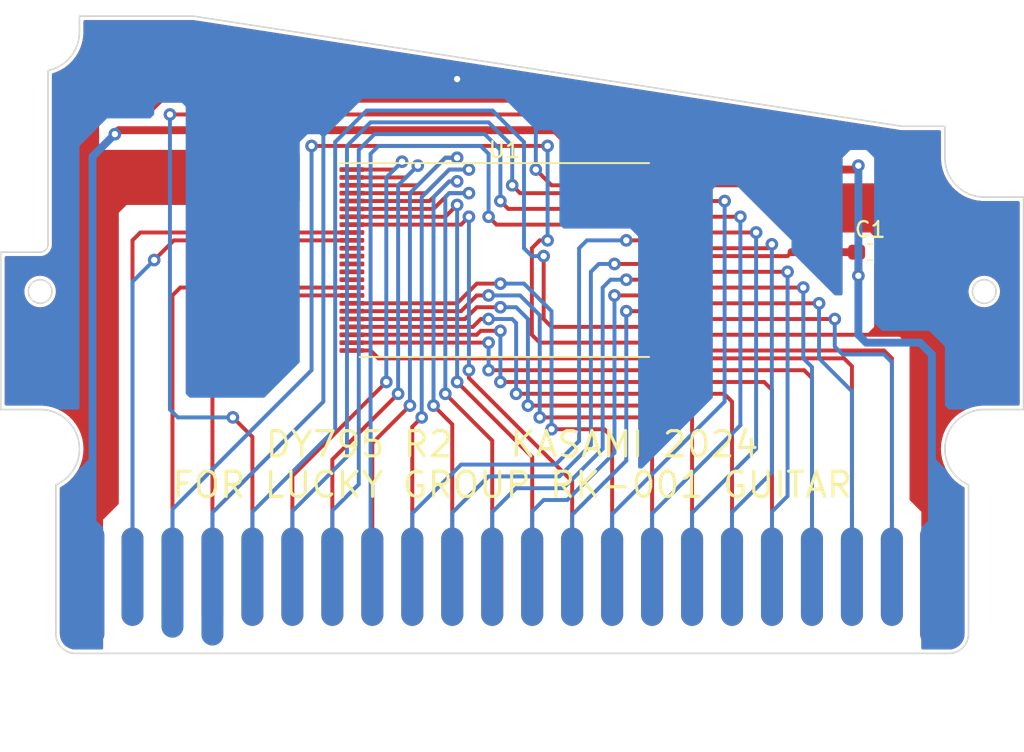
<source format=kicad_pcb>
(kicad_pcb (version 20221018) (generator pcbnew)
  (layers (0 "F.Cu" signal) (31 "B.Cu" signal) (34 "B.Paste" user) (35 "F.Paste" user) (36 "B.SilkS" user "B.Silkscreen") (37 "F.SilkS" user "F.Silkscreen") (38 "B.Mask" user) (39 "F.Mask" user) (44 "Edge.Cuts" user))
  (net 0 "")
  (net 1 "/VCC")
  (net 2 "/A19")
  (net 3 "/A18")
  (net 4 "/A17")
  (net 5 "/A16")
  (net 6 "/A15")
  (net 7 "/A14")
  (net 8 "/A13")
  (net 9 "/A12")
  (net 10 "/A11")
  (net 11 "/A10")
  (net 12 "/A9")
  (net 13 "/A8")
  (net 14 "/A7")
  (net 15 "/A6")
  (net 16 "/A5")
  (net 17 "/A4")
  (net 18 "/A3")
  (net 19 "/A2")
  (net 20 "/A1")
  (net 21 "/A0")
  (net 22 "/A20")
  (net 23 "/CE")
  (net 24 "/OE")
  (net 25 "/D15")
  (net 26 "/D14")
  (net 27 "/D13")
  (net 28 "/D12")
  (net 29 "/D11")
  (net 30 "/D10")
  (net 31 "/D9")
  (net 32 "/D8")
  (net 33 "/D7")
  (net 34 "/D6")
  (net 35 "/D5")
  (net 36 "/D4")
  (net 37 "/D3")
  (net 38 "/D2")
  (net 39 "/D1")
  (net 40 "/D0")
  (net 41 "GND")
  (footprint "Package_SO:TSOP-I-48_18.4x12mm_P0.5mm" (layer "F.Cu") (at 45.5 31)
    (fp_text reference "U1" (at 0 -7) (layer "F.SilkS"))
    (fp_text value "ROM-TSOP48-32Mbit")
    (fp_line (start 0 -6.16) (end -10.475 -6.16) (stroke (width 0.12)) (layer "F.SilkS"))
    (fp_line (start 0 -6.16) (end 9.2 -6.16) (stroke (width 0.12)) (layer "F.SilkS"))
    (fp_line (start 0 6.16) (end -9.2 6.16) (stroke (width 0.12)) (layer "F.SilkS"))
    (fp_line (start 0 6.16) (end 9.2 6.16) (stroke (width 0.12)) (layer "F.SilkS"))
    (pad "1" smd roundrect (at -9.6875 -5.75) (size 1.575 0.3) (layers "F.Cu" "F.Paste" "F.Mask") (net 6 "/A15"))
    (pad "2" smd roundrect (at -9.6875 -5.25) (size 1.575 0.3) (layers "F.Cu" "F.Paste" "F.Mask") (net 7 "/A14"))
    (pad "3" smd roundrect (at -9.6875 -4.75) (size 1.575 0.3) (layers "F.Cu" "F.Paste" "F.Mask") (net 8 "/A13"))
    (pad "4" smd roundrect (at -9.6875 -4.25) (size 1.575 0.3) (layers "F.Cu" "F.Paste" "F.Mask") (net 9 "/A12"))
    (pad "5" smd roundrect (at -9.6875 -3.75) (size 1.575 0.3) (layers "F.Cu" "F.Paste" "F.Mask") (net 10 "/A11"))
    (pad "6" smd roundrect (at -9.6875 -3.25) (size 1.575 0.3) (layers "F.Cu" "F.Paste" "F.Mask") (net 11 "/A10"))
    (pad "7" smd roundrect (at -9.6875 -2.75) (size 1.575 0.3) (layers "F.Cu" "F.Paste" "F.Mask") (net 12 "/A9"))
    (pad "8" smd roundrect (at -9.6875 -2.25) (size 1.575 0.3) (layers "F.Cu" "F.Paste" "F.Mask") (net 13 "/A8"))
    (pad "9" smd roundrect (at -9.6875 -1.75) (size 1.575 0.3) (layers "F.Cu" "F.Paste" "F.Mask") (net 2 "/A19"))
    (pad "10" smd roundrect (at -9.6875 -1.25) (size 1.575 0.3) (layers "F.Cu" "F.Paste" "F.Mask") (net 22 "/A20"))
    (pad "11" smd roundrect (at -9.6875 -0.75) (size 1.575 0.3) (layers "F.Cu" "F.Paste" "F.Mask"))
    (pad "12" smd roundrect (at -9.6875 -0.25) (size 1.575 0.3) (layers "F.Cu" "F.Paste" "F.Mask"))
    (pad "13" smd roundrect (at -9.6875 0.25) (size 1.575 0.3) (layers "F.Cu" "F.Paste" "F.Mask"))
    (pad "14" smd roundrect (at -9.6875 0.75) (size 1.575 0.3) (layers "F.Cu" "F.Paste" "F.Mask"))
    (pad "15" smd roundrect (at -9.6875 1.25) (size 1.575 0.3) (layers "F.Cu" "F.Paste" "F.Mask"))
    (pad "16" smd roundrect (at -9.6875 1.75) (size 1.575 0.3) (layers "F.Cu" "F.Paste" "F.Mask") (net 3 "/A18"))
    (pad "17" smd roundrect (at -9.6875 2.25) (size 1.575 0.3) (layers "F.Cu" "F.Paste" "F.Mask") (net 4 "/A17"))
    (pad "18" smd roundrect (at -9.6875 2.75) (size 1.575 0.3) (layers "F.Cu" "F.Paste" "F.Mask") (net 14 "/A7"))
    (pad "19" smd roundrect (at -9.6875 3.25) (size 1.575 0.3) (layers "F.Cu" "F.Paste" "F.Mask") (net 15 "/A6"))
    (pad "20" smd roundrect (at -9.6875 3.75) (size 1.575 0.3) (layers "F.Cu" "F.Paste" "F.Mask") (net 16 "/A5"))
    (pad "21" smd roundrect (at -9.6875 4.25) (size 1.575 0.3) (layers "F.Cu" "F.Paste" "F.Mask") (net 17 "/A4"))
    (pad "22" smd roundrect (at -9.6875 4.75) (size 1.575 0.3) (layers "F.Cu" "F.Paste" "F.Mask") (net 18 "/A3"))
    (pad "23" smd roundrect (at -9.6875 5.25) (size 1.575 0.3) (layers "F.Cu" "F.Paste" "F.Mask") (net 19 "/A2"))
    (pad "24" smd roundrect (at -9.6875 5.75) (size 1.575 0.3) (layers "F.Cu" "F.Paste" "F.Mask") (net 20 "/A1"))
    (pad "25" smd roundrect (at 9.6875 5.75) (size 1.575 0.3) (layers "F.Cu" "F.Paste" "F.Mask") (net 21 "/A0"))
    (pad "26" smd roundrect (at 9.6875 5.25) (size 1.575 0.3) (layers "F.Cu" "F.Paste" "F.Mask") (net 23 "/CE"))
    (pad "27" smd roundrect (at 9.6875 4.75) (size 1.575 0.3) (layers "F.Cu" "F.Paste" "F.Mask") (net 41 "GND"))
    (pad "28" smd roundrect (at 9.6875 4.25) (size 1.575 0.3) (layers "F.Cu" "F.Paste" "F.Mask") (net 24 "/OE"))
    (pad "29" smd roundrect (at 9.6875 3.75) (size 1.575 0.3) (layers "F.Cu" "F.Paste" "F.Mask") (net 40 "/D0"))
    (pad "30" smd roundrect (at 9.6875 3.25) (size 1.575 0.3) (layers "F.Cu" "F.Paste" "F.Mask") (net 32 "/D8"))
    (pad "31" smd roundrect (at 9.6875 2.75) (size 1.575 0.3) (layers "F.Cu" "F.Paste" "F.Mask") (net 39 "/D1"))
    (pad "32" smd roundrect (at 9.6875 2.25) (size 1.575 0.3) (layers "F.Cu" "F.Paste" "F.Mask") (net 31 "/D9"))
    (pad "33" smd roundrect (at 9.6875 1.75) (size 1.575 0.3) (layers "F.Cu" "F.Paste" "F.Mask") (net 38 "/D2"))
    (pad "34" smd roundrect (at 9.6875 1.25) (size 1.575 0.3) (layers "F.Cu" "F.Paste" "F.Mask") (net 30 "/D10"))
    (pad "35" smd roundrect (at 9.6875 0.75) (size 1.575 0.3) (layers "F.Cu" "F.Paste" "F.Mask") (net 37 "/D3"))
    (pad "36" smd roundrect (at 9.6875 0.25) (size 1.575 0.3) (layers "F.Cu" "F.Paste" "F.Mask") (net 29 "/D11"))
    (pad "37" smd roundrect (at 9.6875 -0.25) (size 1.575 0.3) (layers "F.Cu" "F.Paste" "F.Mask") (net 1 "/VCC"))
    (pad "38" smd roundrect (at 9.6875 -0.75) (size 1.575 0.3) (layers "F.Cu" "F.Paste" "F.Mask") (net 36 "/D4"))
    (pad "39" smd roundrect (at 9.6875 -1.25) (size 1.575 0.3) (layers "F.Cu" "F.Paste" "F.Mask") (net 28 "/D12"))
    (pad "40" smd roundrect (at 9.6875 -1.75) (size 1.575 0.3) (layers "F.Cu" "F.Paste" "F.Mask") (net 35 "/D5"))
    (pad "41" smd roundrect (at 9.6875 -2.25) (size 1.575 0.3) (layers "F.Cu" "F.Paste" "F.Mask") (net 27 "/D13"))
    (pad "42" smd roundrect (at 9.6875 -2.75) (size 1.575 0.3) (layers "F.Cu" "F.Paste" "F.Mask") (net 34 "/D6"))
    (pad "43" smd roundrect (at 9.6875 -3.25) (size 1.575 0.3) (layers "F.Cu" "F.Paste" "F.Mask") (net 26 "/D14"))
    (pad "44" smd roundrect (at 9.6875 -3.75) (size 1.575 0.3) (layers "F.Cu" "F.Paste" "F.Mask") (net 33 "/D7"))
    (pad "45" smd roundrect (at 9.6875 -4.25) (size 1.575 0.3) (layers "F.Cu" "F.Paste" "F.Mask") (net 25 "/D15"))
    (pad "46" smd roundrect (at 9.6875 -4.75) (size 1.575 0.3) (layers "F.Cu" "F.Paste" "F.Mask") (net 41 "GND"))
    (pad "47" smd roundrect (at 9.6875 -5.25) (size 1.575 0.3) (layers "F.Cu" "F.Paste" "F.Mask") (net 1 "/VCC"))
    (pad "48" smd roundrect (at 9.6875 -5.75) (size 1.575 0.3) (layers "F.Cu" "F.Paste" "F.Mask") (net 5 "/A16"))
  )
  (footprint "Capacitor_SMD:C_0603_1608Metric_Pad1.08x0.95mm_HandSolder" (layer "F.Cu") (at 68.75 30.5)
    (fp_text reference "C1" (at 0 -1.43) (layer "F.SilkS"))
    (fp_text value "100n")
    (fp_line (start -0.146267 -0.51) (end 0.146267 -0.51) (stroke (width 0.12)) (layer "F.SilkS"))
    (fp_line (start -0.146267 0.51) (end 0.146267 0.51) (stroke (width 0.12)) (layer "F.SilkS"))
    (pad "1" smd roundrect (at -0.8625 0) (size 1.075 0.95) (layers "F.Cu" "F.Paste" "F.Mask") (net 1 "/VCC"))
    (pad "2" smd roundrect (at 0.8625 0) (size 1.075 0.95) (layers "F.Cu" "F.Paste" "F.Mask") (net 41 "GND"))
  )
  (footprint "CartParts:LuckyCartEdge" (layer "B.Cu") (at 46 56 180)
    (fp_text reference "J1" hide)
    (fp_text value "Edge")
    (pad "1" connect oval (at -26.67 4.375 180) (size 1.5 7.75) (layers "B.Cu" "B.Mask") (net 1 "/VCC"))
    (pad "2" connect oval (at -26.67 4.375 180) (size 1.5 7.75) (layers "F.Cu" "F.Mask") (net 41 "GND"))
    (pad "3" connect oval (at -24.13 4.875 180) (size 1.4 6.25) (layers "B.Cu" "B.Mask") (net 40 "/D0"))
    (pad "4" connect oval (at -24.13 4.875 180) (size 1.4 6.25) (layers "F.Cu" "F.Mask") (net 21 "/A0"))
    (pad "5" connect oval (at -21.59 4.875 180) (size 1.4 6.25) (layers "B.Cu" "B.Mask") (net 39 "/D1"))
    (pad "6" connect oval (at -21.59 4.875 180) (size 1.4 6.25) (layers "F.Cu" "F.Mask") (net 20 "/A1"))
    (pad "7" connect oval (at -19.05 4.875 180) (size 1.4 6.25) (layers "B.Cu" "B.Mask") (net 38 "/D2"))
    (pad "8" connect oval (at -19.05 4.875 180) (size 1.4 6.25) (layers "F.Cu" "F.Mask") (net 19 "/A2"))
    (pad "9" connect oval (at -16.51 4.875 180) (size 1.4 6.25) (layers "B.Cu" "B.Mask") (net 37 "/D3"))
    (pad "10" connect oval (at -16.51 4.875 180) (size 1.4 6.25) (layers "F.Cu" "F.Mask") (net 18 "/A3"))
    (pad "11" connect oval (at -13.97 4.875 180) (size 1.4 6.25) (layers "B.Cu" "B.Mask") (net 36 "/D4"))
    (pad "12" connect oval (at -13.97 4.875 180) (size 1.4 6.25) (layers "F.Cu" "F.Mask") (net 17 "/A4"))
    (pad "13" connect oval (at -11.43 4.875 180) (size 1.4 6.25) (layers "B.Cu" "B.Mask") (net 35 "/D5"))
    (pad "14" connect oval (at -11.43 4.875 180) (size 1.4 6.25) (layers "F.Cu" "F.Mask") (net 16 "/A5"))
    (pad "15" connect oval (at -8.89 4.875 180) (size 1.4 6.25) (layers "B.Cu" "B.Mask") (net 34 "/D6"))
    (pad "16" connect oval (at -8.89 4.875 180) (size 1.4 6.25) (layers "F.Cu" "F.Mask") (net 15 "/A6"))
    (pad "17" connect oval (at -6.35 4.875 180) (size 1.4 6.25) (layers "B.Cu" "B.Mask") (net 33 "/D7"))
    (pad "18" connect oval (at -6.35 4.875 180) (size 1.4 6.25) (layers "F.Cu" "F.Mask") (net 14 "/A7"))
    (pad "19" connect oval (at -3.81 4.875 180) (size 1.4 6.25) (layers "B.Cu" "B.Mask") (net 32 "/D8"))
    (pad "20" connect oval (at -3.81 4.875 180) (size 1.4 6.25) (layers "F.Cu" "F.Mask") (net 13 "/A8"))
    (pad "21" connect oval (at -1.27 4.875 180) (size 1.4 6.25) (layers "B.Cu" "B.Mask") (net 31 "/D9"))
    (pad "22" connect oval (at -1.27 4.875 180) (size 1.4 6.25) (layers "F.Cu" "F.Mask") (net 12 "/A9"))
    (pad "23" connect oval (at 1.27 4.875 180) (size 1.4 6.25) (layers "B.Cu" "B.Mask") (net 30 "/D10"))
    (pad "24" connect oval (at 1.27 4.875 180) (size 1.4 6.25) (layers "F.Cu" "F.Mask") (net 11 "/A10"))
    (pad "25" connect oval (at 3.81 4.875 180) (size 1.4 6.25) (layers "B.Cu" "B.Mask") (net 29 "/D11"))
    (pad "26" connect oval (at 3.81 4.875 180) (size 1.4 6.25) (layers "F.Cu" "F.Mask") (net 10 "/A11"))
    (pad "27" connect oval (at 6.35 4.875 180) (size 1.4 6.25) (layers "B.Cu" "B.Mask") (net 28 "/D12"))
    (pad "28" connect oval (at 6.35 4.875 180) (size 1.4 6.25) (layers "F.Cu" "F.Mask") (net 9 "/A12"))
    (pad "29" connect oval (at 8.89 4.875 180) (size 1.4 6.25) (layers "B.Cu" "B.Mask") (net 27 "/D13"))
    (pad "30" connect oval (at 8.89 4.875 180) (size 1.4 6.25) (layers "F.Cu" "F.Mask") (net 8 "/A13"))
    (pad "31" connect oval (at 11.43 4.875 180) (size 1.4 6.25) (layers "B.Cu" "B.Mask") (net 26 "/D14"))
    (pad "32" connect oval (at 11.43 4.875 180) (size 1.4 6.25) (layers "F.Cu" "F.Mask") (net 7 "/A14"))
    (pad "33" connect oval (at 13.97 4.875 180) (size 1.4 6.25) (layers "B.Cu" "B.Mask") (net 25 "/D15"))
    (pad "34" connect oval (at 13.97 4.875 180) (size 1.4 6.25) (layers "F.Cu" "F.Mask") (net 6 "/A15"))
    (pad "35" connect oval (at 16.51 4.875 180) (size 1.4 6.25) (layers "B.Cu" "B.Mask") (net 24 "/OE"))
    (pad "36" connect oval (at 16.51 4.875 180) (size 1.4 6.25) (layers "F.Cu" "F.Mask") (net 5 "/A16"))
    (pad "37" connect oval (at 19.05 4.25 180) (size 1.4 7.5) (layers "B.Cu" "B.Mask") (net 41 "GND"))
    (pad "38" connect oval (at 19.05 4.875 180) (size 1.4 6.25) (layers "F.Cu" "F.Mask") (net 4 "/A17"))
    (pad "39" connect oval (at 21.59 4.5 180) (size 1.4 7) (layers "B.Cu" "B.Mask") (net 23 "/CE"))
    (pad "40" connect oval (at 21.59 4.875 180) (size 1.4 6.25) (layers "F.Cu" "F.Mask") (net 3 "/A18"))
    (pad "41" connect oval (at 24.13 4.875 180) (size 1.4 6.25) (layers "B.Cu" "B.Mask") (net 22 "/A20"))
    (pad "42" connect oval (at 24.13 4.875 180) (size 1.4 6.25) (layers "F.Cu" "F.Mask") (net 2 "/A19"))
    (pad "43" connect oval (at 26.67 4.375 180) (size 1.5 7.75) (layers "B.Cu" "B.Mask") (net 1 "/VCC"))
    (pad "44" connect oval (at 26.67 4.375 180) (size 1.5 7.75) (layers "F.Cu" "F.Mask") (net 41 "GND"))
  )
  (gr_line (start 18.25 56) (end 73.75 56) (stroke (width 0.1)) (layer "Edge.Cuts"))
  (gr_arc (start 18.5 16.5) (mid 17.950104 18.064319) (end 16.542326 18.940468) (stroke (width 0.1)) (layer "Edge.Cuts"))
  (gr_line (start 16.5 30) (end 16.5 19) (stroke (width 0.1)) (layer "Edge.Cuts"))
  (gr_arc (start 16.5 30) (mid 16.353553 30.353553) (end 16 30.5) (stroke (width 0.1)) (layer "Edge.Cuts"))
  (gr_line (start 18.5 15.5) (end 18.5 16.5) (stroke (width 0.1)) (layer "Edge.Cuts"))
  (gr_circle (center 16 33) (end 16.75 33) (stroke (width 0.1)) (fill none) (layer "Edge.Cuts"))
  (gr_line (start 25.75 15.5) (end 70.75 22.5) (stroke (width 0.1)) (layer "Edge.Cuts"))
  (gr_line (start 75.999998 40.5) (end 78.5 40.5) (stroke (width 0.1)) (layer "Edge.Cuts"))
  (gr_line (start 16.5 19) (end 16.542326 18.940468) (stroke (width 0.1)) (layer "Edge.Cuts"))
  (gr_line (start 17 54.75) (end 17 45.3) (stroke (width 0.1)) (layer "Edge.Cuts"))
  (gr_line (start 16 40.5) (end 13.5 40.5) (stroke (width 0.1)) (layer "Edge.Cuts"))
  (gr_line (start 17 45.3) (end 17.118034 45.236068) (stroke (width 0.1)) (layer "Edge.Cuts"))
  (gr_arc (start 74.881964 45.236068) (mid 73.566876 42.425618) (end 75.999998 40.5) (stroke (width 0.1)) (layer "Edge.Cuts"))
  (gr_arc (start 18.25 56) (mid 17.366117 55.633883) (end 17 54.75) (stroke (width 0.1)) (layer "Edge.Cuts"))
  (gr_line (start 73.5 22.5) (end 70.75 22.5) (stroke (width 0.1)) (layer "Edge.Cuts"))
  (gr_line (start 75 54.75) (end 75 45.3) (stroke (width 0.1)) (layer "Edge.Cuts"))
  (gr_arc (start 76 27) (mid 74.232233 26.267767) (end 73.5 24.5) (stroke (width 0.1)) (layer "Edge.Cuts"))
  (gr_line (start 78.5 40.5) (end 78.5 27) (stroke (width 0.1)) (layer "Edge.Cuts"))
  (gr_circle (center 76 33) (end 76.75 33) (stroke (width 0.1)) (fill none) (layer "Edge.Cuts"))
  (gr_arc (start 75 54.75) (mid 74.633883 55.633883) (end 73.75 56) (stroke (width 0.1)) (layer "Edge.Cuts"))
  (gr_line (start 74.881964 45.236068) (end 75 45.3) (stroke (width 0.1)) (layer "Edge.Cuts"))
  (gr_line (start 78.5 27) (end 76 27) (stroke (width 0.1)) (layer "Edge.Cuts"))
  (gr_line (start 13.5 40.5) (end 13.5 30.5) (stroke (width 0.1)) (layer "Edge.Cuts"))
  (gr_line (start 13.5 30.5) (end 16 30.5) (stroke (width 0.1)) (layer "Edge.Cuts"))
  (gr_arc (start 16 40.5) (mid 18.433122 42.425618) (end 17.118034 45.236068) (stroke (width 0.1)) (layer "Edge.Cuts"))
  (gr_line (start 18.5 15.5) (end 25.75 15.5) (stroke (width 0.1)) (layer "Edge.Cuts"))
  (gr_line (start 73.5 24.5) (end 73.5 22.5) (stroke (width 0.1)) (layer "Edge.Cuts"))
  (gr_text "DY795 R2   KASAMI 2024\nFOR LUCKY GROUP RK-001 GUITAR" (at 46 44) (layer "F.SilkS") (effects (font (size 1.6 1.6) (thickness 0.2))))
  (segment (start 20.75 23) (end 21 22.75) (width 0.5) (layer "F.Cu") (net 1))
  (segment (start 57.5 25.25) (end 67.75 25.25) (width 0.5) (layer "F.Cu") (net 1))
  (segment (start 48.75 22.75) (end 49.25 23.25) (width 0.5) (layer "F.Cu") (net 1))
  (segment (start 67.75 25.25) (end 68 25) (width 0.5) (layer "F.Cu") (net 1))
  (segment (start 63.75 30.5) (end 67.8875 30.5) (width 0.5) (layer "F.Cu") (net 1))
  (segment (start 57.5 25.25) (end 57 25.75) (width 0.25) (layer "F.Cu") (net 1))
  (segment (start 68 32) (end 68 30.6125) (width 0.5) (layer "F.Cu") (net 1))
  (segment (start 68 30.6125) (end 67.8875 30.5) (width 0.5) (layer "F.Cu") (net 1))
  (segment (start 57 25.75) (end 55.1875 25.75) (width 0.25) (layer "F.Cu") (net 1))
  (segment (start 63.75 30.5) (end 63.5 30.75) (width 0.25) (layer "F.Cu") (net 1))
  (segment (start 49.25 25.5) (end 49.5 25.75) (width 0.25) (layer "F.Cu") (net 1))
  (segment (start 49.25 23.25) (end 49.25 25.5) (width 0.5) (layer "F.Cu") (net 1))
  (segment (start 49.5 25.75) (end 55.1875 25.75) (width 0.25) (layer "F.Cu") (net 1))
  (segment (start 21 22.75) (end 48.75 22.75) (width 0.5) (layer "F.Cu") (net 1))
  (segment (start 63.5 30.75) (end 55.1875 30.75) (width 0.25) (layer "F.Cu") (net 1))
  (via (at 68 25) (size 0.8) (drill 0.4) (layers "F.Cu" "B.Cu") (net 1))
  (via (at 20.75 23) (size 0.8) (drill 0.4) (layers "F.Cu" "B.Cu") (net 1))
  (via (at 68 32) (size 0.8) (drill 0.4) (layers "F.Cu" "B.Cu") (net 1))
  (segment (start 68 25) (end 68 32) (width 0.5) (layer "B.Cu") (net 1))
  (segment (start 71.92 36.25) (end 68.5 36.25) (width 0.5) (layer "B.Cu") (net 1))
  (segment (start 68.5 36.25) (end 68 35.75) (width 0.5) (layer "B.Cu") (net 1))
  (segment (start 19.33 51.625) (end 19.33 24.42) (width 0.5) (layer "B.Cu") (net 1))
  (segment (start 72.67 37) (end 71.92 36.25) (width 0.5) (layer "B.Cu") (net 1))
  (segment (start 68 35.75) (end 68 32) (width 0.5) (layer "B.Cu") (net 1))
  (segment (start 72.67 51.625) (end 72.67 37) (width 0.5) (layer "B.Cu") (net 1))
  (segment (start 19.33 24.42) (end 20.75 23) (width 0.5) (layer "B.Cu") (net 1))
  (segment (start 21.87 51.125) (end 21.87 29.75) (width 0.25) (layer "F.Cu") (net 2))
  (segment (start 21.87 29.75) (end 22.37 29.25) (width 0.25) (layer "F.Cu") (net 2))
  (segment (start 22.37 29.25) (end 35.8125 29.25) (width 0.25) (layer "F.Cu") (net 2))
  (segment (start 24.41 51.125) (end 24.41 33.25) (width 0.25) (layer "F.Cu") (net 3))
  (segment (start 24.91 32.75) (end 35.8125 32.75) (width 0.25) (layer "F.Cu") (net 3))
  (segment (start 24.41 33.25) (end 24.91 32.75) (width 0.25) (layer "F.Cu") (net 3))
  (segment (start 26.95 51.125) (end 26.95 33.75) (width 0.25) (layer "F.Cu") (net 4))
  (segment (start 27.45 33.25) (end 35.8125 33.25) (width 0.25) (layer "F.Cu") (net 4))
  (segment (start 26.95 33.75) (end 27.45 33.25) (width 0.25) (layer "F.Cu") (net 4))
  (segment (start 50.25 25.25) (end 55.1875 25.25) (width 0.25) (layer "F.Cu") (net 5))
  (segment (start 29.49 51.125) (end 29.49 42.24) (width 0.25) (layer "F.Cu") (net 5))
  (segment (start 49.5 21.75) (end 50 22.25) (width 0.25) (layer "F.Cu") (net 5))
  (segment (start 29.49 42.24) (end 28.25 41) (width 0.25) (layer "F.Cu") (net 5))
  (segment (start 50 22.25) (end 50 25) (width 0.25) (layer "F.Cu") (net 5))
  (segment (start 24.25 21.75) (end 49.5 21.75) (width 0.25) (layer "F.Cu") (net 5))
  (segment (start 50 25) (end 50.25 25.25) (width 0.25) (layer "F.Cu") (net 5))
  (via (at 28.25 41) (size 0.8) (drill 0.4) (layers "F.Cu" "B.Cu") (net 5))
  (via (at 24.25 21.75) (size 0.8) (drill 0.4) (layers "F.Cu" "B.Cu") (net 5))
  (segment (start 24.25 21.75) (end 24.25 40.5) (width 0.25) (layer "B.Cu") (net 5))
  (segment (start 24.75 41) (end 28.25 41) (width 0.25) (layer "B.Cu") (net 5))
  (segment (start 24.25 40.5) (end 24.75 41) (width 0.25) (layer "B.Cu") (net 5))
  (segment (start 38.5 25.25) (end 35.8125 25.25) (width 0.25) (layer "F.Cu") (net 6))
  (segment (start 39 24.75) (end 38.5 25.25) (width 0.25) (layer "F.Cu") (net 6))
  (segment (start 38 38.75) (end 32.03 44.72) (width 0.25) (layer "F.Cu") (net 6))
  (segment (start 32.03 44.72) (end 32.03 51.125) (width 0.25) (layer "F.Cu") (net 6))
  (via (at 39 24.75) (size 0.8) (drill 0.4) (layers "F.Cu" "B.Cu") (net 6))
  (via (at 38 38.75) (size 0.8) (drill 0.4) (layers "F.Cu" "B.Cu") (net 6))
  (segment (start 38 25.75) (end 39 24.75) (width 0.25) (layer "B.Cu") (net 6))
  (segment (start 38 38.75) (end 38 25.75) (width 0.25) (layer "B.Cu") (net 6))
  (segment (start 38.75 39.5) (end 34.57 43.68) (width 0.25) (layer "F.Cu") (net 7))
  (segment (start 34.57 43.68) (end 34.57 51.125) (width 0.25) (layer "F.Cu") (net 7))
  (segment (start 39.25 25.75) (end 35.8125 25.75) (width 0.25) (layer "F.Cu") (net 7))
  (segment (start 40 25) (end 39.25 25.75) (width 0.25) (layer "F.Cu") (net 7))
  (via (at 40 25) (size 0.8) (drill 0.4) (layers "F.Cu" "B.Cu") (net 7))
  (via (at 38.75 39.5) (size 0.8) (drill 0.4) (layers "F.Cu" "B.Cu") (net 7))
  (segment (start 38.75 39.5) (end 38.75 26.25) (width 0.25) (layer "B.Cu") (net 7))
  (segment (start 38.75 26.25) (end 40 25) (width 0.25) (layer "B.Cu") (net 7))
  (segment (start 40 26.25) (end 35.8125 26.25) (width 0.25) (layer "F.Cu") (net 8))
  (segment (start 37.11 42.64) (end 37.11 51.125) (width 0.25) (layer "F.Cu") (net 8))
  (segment (start 39.5 40.25) (end 37.11 42.64) (width 0.25) (layer "F.Cu") (net 8))
  (segment (start 41.75 24.5) (end 40 26.25) (width 0.25) (layer "F.Cu") (net 8))
  (segment (start 42.5 24.5) (end 41.75 24.5) (width 0.25) (layer "F.Cu") (net 8))
  (via (at 42.5 24.5) (size 0.8) (drill 0.4) (layers "F.Cu" "B.Cu") (net 8))
  (via (at 39.5 40.25) (size 0.8) (drill 0.4) (layers "F.Cu" "B.Cu") (net 8))
  (segment (start 41.75 24.5) (end 42.5 24.5) (width 0.25) (layer "B.Cu") (net 8))
  (segment (start 39.5 40.25) (end 39.5 26.75) (width 0.25) (layer "B.Cu") (net 8))
  (segment (start 39.5 26.75) (end 41.75 24.5) (width 0.25) (layer "B.Cu") (net 8))
  (segment (start 40.25 41) (end 39.65 41.6) (width 0.25) (layer "F.Cu") (net 9))
  (segment (start 43.25 25.25) (end 42 25.25) (width 0.25) (layer "F.Cu") (net 9))
  (segment (start 40.5 26.75) (end 35.8125 26.75) (width 0.25) (layer "F.Cu") (net 9))
  (segment (start 39.65 41.6) (end 39.65 51.125) (width 0.25) (layer "F.Cu") (net 9))
  (segment (start 42 25.25) (end 40.5 26.75) (width 0.25) (layer "F.Cu") (net 9))
  (via (at 40.25 41) (size 0.8) (drill 0.4) (layers "F.Cu" "B.Cu") (net 9))
  (via (at 43.25 25.25) (size 0.8) (drill 0.4) (layers "F.Cu" "B.Cu") (net 9))
  (segment (start 40.25 41) (end 40.25 27) (width 0.25) (layer "B.Cu") (net 9))
  (segment (start 40.25 27) (end 42 25.25) (width 0.25) (layer "B.Cu") (net 9))
  (segment (start 42 25.25) (end 43.25 25.25) (width 0.25) (layer "B.Cu") (net 9))
  (segment (start 42.19 41.44) (end 42.19 51.125) (width 0.25) (layer "F.Cu") (net 10))
  (segment (start 42 26) (end 40.75 27.25) (width 0.25) (layer "F.Cu") (net 10))
  (segment (start 42.5 26) (end 42 26) (width 0.25) (layer "F.Cu") (net 10))
  (segment (start 41 40.25) (end 42.19 41.44) (width 0.25) (layer "F.Cu") (net 10))
  (segment (start 40.75 27.25) (end 35.8125 27.25) (width 0.25) (layer "F.Cu") (net 10))
  (via (at 42.5 26) (size 0.8) (drill 0.4) (layers "F.Cu" "B.Cu") (net 10))
  (via (at 41 40.25) (size 0.8) (drill 0.4) (layers "F.Cu" "B.Cu") (net 10))
  (segment (start 41 27) (end 42 26) (width 0.25) (layer "B.Cu") (net 10))
  (segment (start 42 26) (end 42.5 26) (width 0.25) (layer "B.Cu") (net 10))
  (segment (start 41 40.25) (end 41 27) (width 0.25) (layer "B.Cu") (net 10))
  (segment (start 41 27.75) (end 35.8125 27.75) (width 0.25) (layer "F.Cu") (net 11))
  (segment (start 43.25 26.75) (end 42 26.75) (width 0.25) (layer "F.Cu") (net 11))
  (segment (start 42 26.75) (end 41 27.75) (width 0.25) (layer "F.Cu") (net 11))
  (segment (start 41.75 39.5) (end 44.73 42.48) (width 0.25) (layer "F.Cu") (net 11))
  (segment (start 44.73 42.48) (end 44.73 51.125) (width 0.25) (layer "F.Cu") (net 11))
  (via (at 43.25 26.75) (size 0.8) (drill 0.4) (layers "F.Cu" "B.Cu") (net 11))
  (via (at 41.75 39.5) (size 0.8) (drill 0.4) (layers "F.Cu" "B.Cu") (net 11))
  (segment (start 42 26.75) (end 43.25 26.75) (width 0.25) (layer "B.Cu") (net 11))
  (segment (start 41.75 27) (end 42 26.75) (width 0.25) (layer "B.Cu") (net 11))
  (segment (start 41.75 39.5) (end 41.75 27) (width 0.25) (layer "B.Cu") (net 11))
  (segment (start 42.5 38.75) (end 47.27 43.52) (width 0.25) (layer "F.Cu") (net 12))
  (segment (start 47.27 43.52) (end 47.27 51.125) (width 0.25) (layer "F.Cu") (net 12))
  (segment (start 42.5 27.5) (end 41.75 28.25) (width 0.25) (layer "F.Cu") (net 12))
  (segment (start 41.75 28.25) (end 35.8125 28.25) (width 0.25) (layer "F.Cu") (net 12))
  (via (at 42.5 27.5) (size 0.8) (drill 0.4) (layers "F.Cu" "B.Cu") (net 12))
  (via (at 42.5 38.75) (size 0.8) (drill 0.4) (layers "F.Cu" "B.Cu") (net 12))
  (segment (start 42.5 27.75) (end 42.5 27.5) (width 0.25) (layer "B.Cu") (net 12))
  (segment (start 42.5 38.75) (end 42.5 27.75) (width 0.25) (layer "B.Cu") (net 12))
  (segment (start 43.25 38) (end 43.25 38.5) (width 0.25) (layer "F.Cu") (net 13))
  (segment (start 49.81 45.06) (end 49.81 51.125) (width 0.25) (layer "F.Cu") (net 13))
  (segment (start 43.25 38.5) (end 49.81 45.06) (width 0.25) (layer "F.Cu") (net 13))
  (segment (start 43.25 28.25) (end 42.75 28.75) (width 0.25) (layer "F.Cu") (net 13))
  (segment (start 42.75 28.75) (end 35.8125 28.75) (width 0.25) (layer "F.Cu") (net 13))
  (via (at 43.25 28.25) (size 0.8) (drill 0.4) (layers "F.Cu" "B.Cu") (net 13))
  (via (at 43.25 38) (size 0.8) (drill 0.4) (layers "F.Cu" "B.Cu") (net 13))
  (segment (start 43.25 38) (end 43.25 28.25) (width 0.25) (layer "B.Cu") (net 13))
  (segment (start 52.35 42.25) (end 52.35 51.125) (width 0.25) (layer "F.Cu") (net 14))
  (segment (start 51.85 41.75) (end 52.35 42.25) (width 0.25) (layer "F.Cu") (net 14))
  (segment (start 48.5 41.75) (end 51.85 41.75) (width 0.25) (layer "F.Cu") (net 14))
  (segment (start 45.25 32.5) (end 43.75 32.5) (width 0.25) (layer "F.Cu") (net 14))
  (segment (start 43.75 32.5) (end 42.5 33.75) (width 0.25) (layer "F.Cu") (net 14))
  (segment (start 42.5 33.75) (end 35.8125 33.75) (width 0.25) (layer "F.Cu") (net 14))
  (via (at 45.25 32.5) (size 0.8) (drill 0.4) (layers "F.Cu" "B.Cu") (net 14))
  (via (at 48.5 41.75) (size 0.8) (drill 0.4) (layers "F.Cu" "B.Cu") (net 14))
  (segment (start 48.5 41.75) (end 48.5 34.25) (width 0.25) (layer "B.Cu") (net 14))
  (segment (start 48.5 34.25) (end 46.75 32.5) (width 0.25) (layer "B.Cu") (net 14))
  (segment (start 46.75 32.5) (end 45.25 32.5) (width 0.25) (layer "B.Cu") (net 14))
  (segment (start 44.5 33.25) (end 43.75 33.25) (width 0.25) (layer "F.Cu") (net 15))
  (segment (start 54.89 41.5) (end 54.89 51.125) (width 0.25) (layer "F.Cu") (net 15))
  (segment (start 54.39 41) (end 54.89 41.5) (width 0.25) (layer "F.Cu") (net 15))
  (segment (start 42.75 34.25) (end 35.8125 34.25) (width 0.25) (layer "F.Cu") (net 15))
  (segment (start 47.75 41) (end 54.39 41) (width 0.25) (layer "F.Cu") (net 15))
  (segment (start 43.75 33.25) (end 42.75 34.25) (width 0.25) (layer "F.Cu") (net 15))
  (via (at 44.5 33.25) (size 0.8) (drill 0.4) (layers "F.Cu" "B.Cu") (net 15))
  (via (at 47.75 41) (size 0.8) (drill 0.4) (layers "F.Cu" "B.Cu") (net 15))
  (segment (start 46.5 33.25) (end 44.5 33.25) (width 0.25) (layer "B.Cu") (net 15))
  (segment (start 47.75 34.5) (end 46.5 33.25) (width 0.25) (layer "B.Cu") (net 15))
  (segment (start 47.75 41) (end 47.75 34.5) (width 0.25) (layer "B.Cu") (net 15))
  (segment (start 43 34.75) (end 43.75 34) (width 0.25) (layer "F.Cu") (net 16))
  (segment (start 35.8125 34.75) (end 43 34.75) (width 0.25) (layer "F.Cu") (net 16))
  (segment (start 47 40.25) (end 56.93 40.25) (width 0.25) (layer "F.Cu") (net 16))
  (segment (start 56.93 40.25) (end 57.43 40.75) (width 0.25) (layer "F.Cu") (net 16))
  (segment (start 43.75 34) (end 45.25 34) (width 0.25) (layer "F.Cu") (net 16))
  (segment (start 57.43 40.75) (end 57.43 51.125) (width 0.25) (layer "F.Cu") (net 16))
  (via (at 45.25 34) (size 0.8) (drill 0.4) (layers "F.Cu" "B.Cu") (net 16))
  (via (at 47 40.25) (size 0.8) (drill 0.4) (layers "F.Cu" "B.Cu") (net 16))
  (segment (start 47 34.75) (end 46.25 34) (width 0.25) (layer "B.Cu") (net 16))
  (segment (start 46.25 34) (end 45.25 34) (width 0.25) (layer "B.Cu") (net 16))
  (segment (start 47 40.25) (end 47 34.75) (width 0.25) (layer "B.Cu") (net 16))
  (segment (start 44.5 34.75) (end 44 34.75) (width 0.25) (layer "F.Cu") (net 17))
  (segment (start 59.97 40) (end 59.97 51.125) (width 0.25) (layer "F.Cu") (net 17))
  (segment (start 59.47 39.5) (end 59.97 40) (width 0.25) (layer "F.Cu") (net 17))
  (segment (start 44 34.75) (end 43.5 35.25) (width 0.25) (layer "F.Cu") (net 17))
  (segment (start 43.5 35.25) (end 35.8125 35.25) (width 0.25) (layer "F.Cu") (net 17))
  (segment (start 46.25 39.5) (end 59.47 39.5) (width 0.25) (layer "F.Cu") (net 17))
  (via (at 46.25 39.5) (size 0.8) (drill 0.4) (layers "F.Cu" "B.Cu") (net 17))
  (via (at 44.5 34.75) (size 0.8) (drill 0.4) (layers "F.Cu" "B.Cu") (net 17))
  (segment (start 46.25 35) (end 46 34.75) (width 0.25) (layer "B.Cu") (net 17))
  (segment (start 46 34.75) (end 44.5 34.75) (width 0.25) (layer "B.Cu") (net 17))
  (segment (start 46.25 39.5) (end 46.25 35) (width 0.25) (layer "B.Cu") (net 17))
  (segment (start 45.25 38.75) (end 62.01 38.75) (width 0.25) (layer "F.Cu") (net 18))
  (segment (start 62.01 38.75) (end 62.51 39.25) (width 0.25) (layer "F.Cu") (net 18))
  (segment (start 45.25 35.5) (end 44 35.5) (width 0.25) (layer "F.Cu") (net 18))
  (segment (start 43.75 35.75) (end 35.8125 35.75) (width 0.25) (layer "F.Cu") (net 18))
  (segment (start 62.51 39.25) (end 62.51 51.125) (width 0.25) (layer "F.Cu") (net 18))
  (segment (start 44 35.5) (end 43.75 35.75) (width 0.25) (layer "F.Cu") (net 18))
  (via (at 45.25 38.75) (size 0.8) (drill 0.4) (layers "F.Cu" "B.Cu") (net 18))
  (via (at 45.25 35.5) (size 0.8) (drill 0.4) (layers "F.Cu" "B.Cu") (net 18))
  (segment (start 45.25 38.75) (end 45.25 35.5) (width 0.25) (layer "B.Cu") (net 18))
  (segment (start 44.5 36.25) (end 35.8125 36.25) (width 0.25) (layer "F.Cu") (net 19))
  (segment (start 65.05 38.5) (end 65.05 51.125) (width 0.25) (layer "F.Cu") (net 19))
  (segment (start 44.5 38) (end 64.55 38) (width 0.25) (layer "F.Cu") (net 19))
  (segment (start 64.55 38) (end 65.05 38.5) (width 0.25) (layer "F.Cu") (net 19))
  (via (at 44.5 38) (size 0.8) (drill 0.4) (layers "F.Cu" "B.Cu") (net 19))
  (via (at 44.5 36.25) (size 0.8) (drill 0.4) (layers "F.Cu" "B.Cu") (net 19))
  (segment (start 44.5 38) (end 44.5 36.25) (width 0.25) (layer "B.Cu") (net 19))
  (segment (start 67.09 37.25) (end 67.59 37.75) (width 0.25) (layer "F.Cu") (net 20))
  (segment (start 67.59 37.75) (end 67.59 51.125) (width 0.25) (layer "F.Cu") (net 20))
  (segment (start 37.5 37.25) (end 67.09 37.25) (width 0.25) (layer "F.Cu") (net 20))
  (segment (start 37 36.75) (end 37.5 37.25) (width 0.25) (layer "F.Cu") (net 20))
  (segment (start 35.8125 36.75) (end 37 36.75) (width 0.25) (layer "F.Cu") (net 20))
  (segment (start 69.63 36.75) (end 70.13 37.25) (width 0.25) (layer "F.Cu") (net 21))
  (segment (start 70.13 37.25) (end 70.13 51.125) (width 0.25) (layer "F.Cu") (net 21))
  (segment (start 55.1875 36.75) (end 69.63 36.75) (width 0.25) (layer "F.Cu") (net 21))
  (segment (start 23.25 31) (end 24.5 29.75) (width 0.25) (layer "F.Cu") (net 22))
  (segment (start 24.5 29.75) (end 35.8125 29.75) (width 0.25) (layer "F.Cu") (net 22))
  (via (at 23.25 31) (size 0.8) (drill 0.4) (layers "F.Cu" "B.Cu") (net 22))
  (segment (start 21.87 51.125) (end 21.87 32.38) (width 0.25) (layer "B.Cu") (net 22))
  (segment (start 21.87 32.38) (end 23.25 31) (width 0.25) (layer "B.Cu") (net 22))
  (segment (start 33.25 23.75) (end 48.25 23.75) (width 0.25) (layer "F.Cu") (net 23))
  (segment (start 47.25 30.25) (end 47.25 35.75) (width 0.25) (layer "F.Cu") (net 23))
  (segment (start 47.75 29.75) (end 47.25 30.25) (width 0.25) (layer "F.Cu") (net 23))
  (segment (start 47.25 35.75) (end 47.75 36.25) (width 0.25) (layer "F.Cu") (net 23))
  (segment (start 47.75 36.25) (end 55.1875 36.25) (width 0.25) (layer "F.Cu") (net 23))
  (segment (start 48.25 29.75) (end 47.75 29.75) (width 0.25) (layer "F.Cu") (net 23))
  (via (at 33.25 23.75) (size 0.8) (drill 0.4) (layers "F.Cu" "B.Cu") (net 23))
  (via (at 48.25 29.75) (size 0.8) (drill 0.4) (layers "F.Cu" "B.Cu") (net 23))
  (via (at 48.25 23.75) (size 0.8) (drill 0.4) (layers "F.Cu" "B.Cu") (net 23))
  (segment (start 33.25 23.75) (end 33.25 38) (width 0.25) (layer "B.Cu") (net 23))
  (segment (start 48.25 23.75) (end 48.25 29.75) (width 0.25) (layer "B.Cu") (net 23))
  (segment (start 24.41 46.84) (end 24.41 51.5) (width 0.25) (layer "B.Cu") (net 23))
  (segment (start 33.25 38) (end 24.41 46.84) (width 0.25) (layer "B.Cu") (net 23))
  (segment (start 48 34.75) (end 48.5 35.25) (width 0.25) (layer "F.Cu") (net 24))
  (segment (start 48.5 35.25) (end 55.1875 35.25) (width 0.25) (layer "F.Cu") (net 24))
  (segment (start 48 30.75) (end 48 34.75) (width 0.25) (layer "F.Cu") (net 24))
  (via (at 48 30.75) (size 0.8) (drill 0.4) (layers "F.Cu" "B.Cu") (net 24))
  (segment (start 34.75 41.75) (end 29.49 47.01) (width 0.25) (layer "B.Cu") (net 24))
  (segment (start 44.75 21.5) (end 36.75 21.5) (width 0.25) (layer "B.Cu") (net 24))
  (segment (start 46.75 23.5) (end 44.75 21.5) (width 0.25) (layer "B.Cu") (net 24))
  (segment (start 46.75 30.25) (end 46.75 23.5) (width 0.25) (layer "B.Cu") (net 24))
  (segment (start 34.75 23.5) (end 34.75 41.75) (width 0.25) (layer "B.Cu") (net 24))
  (segment (start 48 30.75) (end 47.25 30.75) (width 0.25) (layer "B.Cu") (net 24))
  (segment (start 29.49 47.01) (end 29.49 51.125) (width 0.25) (layer "B.Cu") (net 24))
  (segment (start 47.25 30.75) (end 46.75 30.25) (width 0.25) (layer "B.Cu") (net 24))
  (segment (start 36.75 21.5) (end 34.75 23.5) (width 0.25) (layer "B.Cu") (net 24))
  (segment (start 46 26.25) (end 46.5 26.75) (width 0.25) (layer "F.Cu") (net 25))
  (segment (start 46.5 26.75) (end 55.1875 26.75) (width 0.25) (layer "F.Cu") (net 25))
  (via (at 46 26.25) (size 0.8) (drill 0.4) (layers "F.Cu" "B.Cu") (net 25))
  (segment (start 35.5 43.5) (end 32.03 46.97) (width 0.25) (layer "B.Cu") (net 25))
  (segment (start 37 22.25) (end 35.5 23.75) (width 0.25) (layer "B.Cu") (net 25))
  (segment (start 32.03 46.97) (end 32.03 51.125) (width 0.25) (layer "B.Cu") (net 25))
  (segment (start 35.5 23.75) (end 35.5 43.5) (width 0.25) (layer "B.Cu") (net 25))
  (segment (start 46 23.75) (end 44.5 22.25) (width 0.25) (layer "B.Cu") (net 25))
  (segment (start 44.5 22.25) (end 37 22.25) (width 0.25) (layer "B.Cu") (net 25))
  (segment (start 46 26.25) (end 46 23.75) (width 0.25) (layer "B.Cu") (net 25))
  (segment (start 45.75 27.75) (end 55.1875 27.75) (width 0.25) (layer "F.Cu") (net 26))
  (segment (start 45.25 27.25) (end 45.75 27.75) (width 0.25) (layer "F.Cu") (net 26))
  (via (at 45.25 27.25) (size 0.8) (drill 0.4) (layers "F.Cu" "B.Cu") (net 26))
  (segment (start 45.25 24) (end 44.25 23) (width 0.25) (layer "B.Cu") (net 26))
  (segment (start 36.25 45.25) (end 34.57 46.93) (width 0.25) (layer "B.Cu") (net 26))
  (segment (start 45.25 27.25) (end 45.25 24) (width 0.25) (layer "B.Cu") (net 26))
  (segment (start 34.57 46.93) (end 34.57 51.125) (width 0.25) (layer "B.Cu") (net 26))
  (segment (start 37.25 23) (end 36.25 24) (width 0.25) (layer "B.Cu") (net 26))
  (segment (start 44.25 23) (end 37.25 23) (width 0.25) (layer "B.Cu") (net 26))
  (segment (start 36.25 24) (end 36.25 45.25) (width 0.25) (layer "B.Cu") (net 26))
  (segment (start 45 28.75) (end 44.5 28.25) (width 0.25) (layer "F.Cu") (net 27))
  (segment (start 55.1875 28.75) (end 45 28.75) (width 0.25) (layer "F.Cu") (net 27))
  (via (at 44.5 28.25) (size 0.8) (drill 0.4) (layers "F.Cu" "B.Cu") (net 27))
  (segment (start 37.5 23.75) (end 37 24.25) (width 0.25) (layer "B.Cu") (net 27))
  (segment (start 44.5 28.25) (end 44.5 24.25) (width 0.25) (layer "B.Cu") (net 27))
  (segment (start 37 51.015) (end 37.11 51.125) (width 0.25) (layer "B.Cu") (net 27))
  (segment (start 44.5 24.25) (end 44 23.75) (width 0.25) (layer "B.Cu") (net 27))
  (segment (start 44 23.75) (end 37.5 23.75) (width 0.25) (layer "B.Cu") (net 27))
  (segment (start 37 24.25) (end 37 51.015) (width 0.25) (layer "B.Cu") (net 27))
  (segment (start 53.25 29.75) (end 55.1875 29.75) (width 0.25) (layer "F.Cu") (net 28))
  (via (at 53.25 29.75) (size 0.8) (drill 0.4) (layers "F.Cu" "B.Cu") (net 28))
  (segment (start 39.65 47.1) (end 42.75 44) (width 0.25) (layer "B.Cu") (net 28))
  (segment (start 50.25 30.25) (end 50.75 29.75) (width 0.25) (layer "B.Cu") (net 28))
  (segment (start 39.65 51.125) (end 39.65 47.1) (width 0.25) (layer "B.Cu") (net 28))
  (segment (start 42.75 44) (end 48.75 44) (width 0.25) (layer "B.Cu") (net 28))
  (segment (start 50.75 29.75) (end 53.25 29.75) (width 0.25) (layer "B.Cu") (net 28))
  (segment (start 48.75 44) (end 50.25 42.5) (width 0.25) (layer "B.Cu") (net 28))
  (segment (start 50.25 42.5) (end 50.25 30.25) (width 0.25) (layer "B.Cu") (net 28))
  (segment (start 52.5 31.25) (end 55.1875 31.25) (width 0.25) (layer "F.Cu") (net 29))
  (via (at 52.5 31.25) (size 0.8) (drill 0.4) (layers "F.Cu" "B.Cu") (net 29))
  (segment (start 51 42.75) (end 49 44.75) (width 0.25) (layer "B.Cu") (net 29))
  (segment (start 42.19 47.06) (end 42.19 51.125) (width 0.25) (layer "B.Cu") (net 29))
  (segment (start 44.5 44.75) (end 42.19 47.06) (width 0.25) (layer "B.Cu") (net 29))
  (segment (start 51.5 31.25) (end 51 31.75) (width 0.25) (layer "B.Cu") (net 29))
  (segment (start 52.5 31.25) (end 51.5 31.25) (width 0.25) (layer "B.Cu") (net 29))
  (segment (start 51 31.75) (end 51 42.75) (width 0.25) (layer "B.Cu") (net 29))
  (segment (start 49 44.75) (end 44.5 44.75) (width 0.25) (layer "B.Cu") (net 29))
  (segment (start 53.25 32.25) (end 55.1875 32.25) (width 0.25) (layer "F.Cu") (net 30))
  (via (at 53.25 32.25) (size 0.8) (drill 0.4) (layers "F.Cu" "B.Cu") (net 30))
  (segment (start 52.25 32.25) (end 51.75 32.75) (width 0.25) (layer "B.Cu") (net 30))
  (segment (start 49.25 45.5) (end 46.25 45.5) (width 0.25) (layer "B.Cu") (net 30))
  (segment (start 51.75 32.75) (end 51.75 43) (width 0.25) (layer "B.Cu") (net 30))
  (segment (start 46.25 45.5) (end 44.73 47.02) (width 0.25) (layer "B.Cu") (net 30))
  (segment (start 53.25 32.25) (end 52.25 32.25) (width 0.25) (layer "B.Cu") (net 30))
  (segment (start 51.75 43) (end 49.25 45.5) (width 0.25) (layer "B.Cu") (net 30))
  (segment (start 44.73 47.02) (end 44.73 51.125) (width 0.25) (layer "B.Cu") (net 30))
  (segment (start 52.5 33.25) (end 55.1875 33.25) (width 0.25) (layer "F.Cu") (net 31))
  (via (at 52.5 33.25) (size 0.8) (drill 0.4) (layers "F.Cu" "B.Cu") (net 31))
  (segment (start 49.5 46.25) (end 52.5 43.25) (width 0.25) (layer "B.Cu") (net 31))
  (segment (start 47.27 46.98) (end 48 46.25) (width 0.25) (layer "B.Cu") (net 31))
  (segment (start 47.27 51.125) (end 47.27 46.98) (width 0.25) (layer "B.Cu") (net 31))
  (segment (start 52.5 43.25) (end 52.5 33.25) (width 0.25) (layer "B.Cu") (net 31))
  (segment (start 48 46.25) (end 49.5 46.25) (width 0.25) (layer "B.Cu") (net 31))
  (segment (start 55.1875 34.25) (end 53.25 34.25) (width 0.25) (layer "F.Cu") (net 32))
  (via (at 53.25 34.25) (size 0.8) (drill 0.4) (layers "F.Cu" "B.Cu") (net 32))
  (segment (start 53.25 43.75) (end 49.81 47.19) (width 0.25) (layer "B.Cu") (net 32))
  (segment (start 49.81 47.19) (end 49.81 51.125) (width 0.25) (layer "B.Cu") (net 32))
  (segment (start 53.25 34.25) (end 53.25 43.75) (width 0.25) (layer "B.Cu") (net 32))
  (segment (start 55.1875 27.25) (end 59.5 27.25) (width 0.25) (layer "F.Cu") (net 33))
  (via (at 59.5 27.25) (size 0.8) (drill 0.4) (layers "F.Cu" "B.Cu") (net 33))
  (segment (start 52.35 47.15) (end 52.35 51.125) (width 0.25) (layer "B.Cu") (net 33))
  (segment (start 59.5 27.25) (end 59.5 40) (width 0.25) (layer "B.Cu") (net 33))
  (segment (start 59.5 40) (end 52.35 47.15) (width 0.25) (layer "B.Cu") (net 33))
  (segment (start 60.5 28.25) (end 55.1875 28.25) (width 0.25) (layer "F.Cu") (net 34))
  (via (at 60.5 28.25) (size 0.8) (drill 0.4) (layers "F.Cu" "B.Cu") (net 34))
  (segment (start 54.89 47.11) (end 54.89 51.125) (width 0.25) (layer "B.Cu") (net 34))
  (segment (start 60.5 41.5) (end 54.89 47.11) (width 0.25) (layer "B.Cu") (net 34))
  (segment (start 60.5 28.25) (end 60.5 41.5) (width 0.25) (layer "B.Cu") (net 34))
  (segment (start 61.5 29.25) (end 55.1875 29.25) (width 0.25) (layer "F.Cu") (net 35))
  (via (at 61.5 29.25) (size 0.8) (drill 0.4) (layers "F.Cu" "B.Cu") (net 35))
  (segment (start 61.5 43) (end 61.5 29.25) (width 0.25) (layer "B.Cu") (net 35))
  (segment (start 57.43 51.125) (end 57.43 47.07) (width 0.25) (layer "B.Cu") (net 35))
  (segment (start 57.43 47.07) (end 61.5 43) (width 0.25) (layer "B.Cu") (net 35))
  (segment (start 62.5 30) (end 62.25 30.25) (width 0.25) (layer "F.Cu") (net 36))
  (segment (start 62.25 30.25) (end 55.1875 30.25) (width 0.25) (layer "F.Cu") (net 36))
  (via (at 62.5 30) (size 0.8) (drill 0.4) (layers "F.Cu" "B.Cu") (net 36))
  (segment (start 62.5 44.5) (end 59.97 47.03) (width 0.25) (layer "B.Cu") (net 36))
  (segment (start 59.97 47.03) (end 59.97 51.125) (width 0.25) (layer "B.Cu") (net 36))
  (segment (start 62.5 30) (end 62.5 44.5) (width 0.25) (layer "B.Cu") (net 36))
  (segment (start 63.5 31.75) (end 55.1875 31.75) (width 0.25) (layer "F.Cu") (net 37))
  (via (at 63.5 31.75) (size 0.8) (drill 0.4) (layers "F.Cu" "B.Cu") (net 37))
  (segment (start 63.5 46) (end 63.5 31.75) (width 0.25) (layer "B.Cu") (net 37))
  (segment (start 62.51 51.125) (end 62.51 46.99) (width 0.25) (layer "B.Cu") (net 37))
  (segment (start 62.51 46.99) (end 63.5 46) (width 0.25) (layer "B.Cu") (net 37))
  (segment (start 64.5 32.75) (end 55.1875 32.75) (width 0.25) (layer "F.Cu") (net 38))
  (via (at 64.5 32.75) (size 0.8) (drill 0.4) (layers "F.Cu" "B.Cu") (net 38))
  (segment (start 64.5 37.25) (end 65.05 37.8) (width 0.25) (layer "B.Cu") (net 38))
  (segment (start 65.05 37.8) (end 65.05 51.125) (width 0.25) (layer "B.Cu") (net 38))
  (segment (start 64.5 32.75) (end 64.5 37.25) (width 0.25) (layer "B.Cu") (net 38))
  (segment (start 65.5 33.75) (end 55.1875 33.75) (width 0.25) (layer "F.Cu") (net 39))
  (via (at 65.5 33.75) (size 0.8) (drill 0.4) (layers "F.Cu" "B.Cu") (net 39))
  (segment (start 65.5 37.25) (end 67.59 39.34) (width 0.25) (layer "B.Cu") (net 39))
  (segment (start 67.59 39.34) (end 67.59 51.125) (width 0.25) (layer "B.Cu") (net 39))
  (segment (start 65.5 33.75) (end 65.5 37.25) (width 0.25) (layer "B.Cu") (net 39))
  (segment (start 55.1875 34.75) (end 66.5 34.75) (width 0.25) (layer "F.Cu") (net 40))
  (via (at 66.5 34.75) (size 0.8) (drill 0.4) (layers "F.Cu" "B.Cu") (net 40))
  (segment (start 66.5 34.75) (end 66.5 36.5) (width 0.25) (layer "B.Cu") (net 40))
  (segment (start 70.13 37.5) (end 70.13 51.125) (width 0.25) (layer "B.Cu") (net 40))
  (segment (start 66.5 36.5) (end 67 37) (width 0.25) (layer "B.Cu") (net 40))
  (segment (start 67 37) (end 69.63 37) (width 0.25) (layer "B.Cu") (net 40))
  (segment (start 69.63 37) (end 70.13 37.5) (width 0.25) (layer "B.Cu") (net 40))
  (segment (start 69.6125 30.5) (end 69.6125 31.6375) (width 0.25) (layer "F.Cu") (net 41))
  (segment (start 69.5 26.25) (end 69.5 29.25) (width 0.5) (layer "F.Cu") (net 41))
  (segment (start 72.75 35) (end 69.5 31.75) (width 0.5) (layer "F.Cu") (net 41))
  (segment (start 69.5 26.25) (end 55.1875 26.25) (width 0.25) (layer "F.Cu") (net 41))
  (segment (start 72.75 35.75) (end 72.75 35) (width 0.5) (layer "F.Cu") (net 41))
  (segment (start 72.75 35.75) (end 72.75 51.545) (width 0.5) (layer "F.Cu") (net 41))
  (segment (start 69.6125 29.3625) (end 69.5 29.25) (width 0.25) (layer "F.Cu") (net 41))
  (segment (start 72.75 51.545) (end 72.67 51.625) (width 0.5) (layer "F.Cu") (net 41))
  (segment (start 69.6125 31.6375) (end 69.5 31.75) (width 0.25) (layer "F.Cu") (net 41))
  (segment (start 19.25 20) (end 19.25 51.545) (width 0.5) (layer "F.Cu") (net 41))
  (segment (start 19.75 19.5) (end 19.25 20) (width 0.5) (layer "F.Cu") (net 41))
  (segment (start 48.5 26.25) (end 55.1875 26.25) (width 0.25) (layer "F.Cu") (net 41))
  (segment (start 55.1875 35.75) (end 72.75 35.75) (width 0.25) (layer "F.Cu") (net 41))
  (segment (start 19.25 51.545) (end 19.33 51.625) (width 0.5) (layer "F.Cu") (net 41))
  (segment (start 47.5 25.25) (end 48.5 26.25) (width 0.25) (layer "F.Cu") (net 41))
  (segment (start 69.6125 30.5) (end 69.6125 29.3625) (width 0.25) (layer "F.Cu") (net 41))
  (segment (start 42.5 19.5) (end 19.75 19.5) (width 0.5) (layer "F.Cu") (net 41))
  (via (at 42.5 19.5) (size 0.8) (drill 0.4) (layers "F.Cu" "B.Cu") (net 41))
  (via (at 47.5 25.25) (size 0.8) (drill 0.4) (layers "F.Cu" "B.Cu") (net 41))
  (segment (start 26.95 47.05) (end 26.95 51.75) (width 0.25) (layer "B.Cu") (net 41))
  (segment (start 37.25 19.5) (end 34 22.75) (width 0.5) (layer "B.Cu") (net 41))
  (segment (start 34 22.75) (end 34 40) (width 0.25) (layer "B.Cu") (net 41))
  (segment (start 34 40) (end 26.95 47.05) (width 0.25) (layer "B.Cu") (net 41))
  (segment (start 42.5 19.5) (end 47 19.5) (width 0.5) (layer "B.Cu") (net 41))
  (segment (start 42.5 19.5) (end 37.25 19.5) (width 0.5) (layer "B.Cu") (net 41))
  (segment (start 47 19.5) (end 47.5 20) (width 0.5) (layer "B.Cu") (net 41))
  (segment (start 47.5 20) (end 47.5 25.25) (width 0.25) (layer "B.Cu") (net 41))
  (zone (net 41) (net_name "GND") (layer "F.Cu") (connect_pads (clearance 0.2)) (min_thickness 0.2) (fill yes (thermal_gap 0.3) (thermal_bridge_width 0.4))
    (polygon (pts (xy 72 56) (xy 72 47) (xy 71.25 46.25) (xy 71.25 36.5) (xy 70.5 35.75) (xy 68.5 35.75) (xy 69 35.25) (xy 69 29.5) (xy 68.75 29.25) (xy 63.25 29.25) (xy 60.25 26.25) (xy 69 26.25) (xy 69.25 26) (xy 69.25 24.5) (xy 68.75 24) (xy 67.25 24) (xy 66.75 24.5) (xy 51 24.5) (xy 50.75 24.25) (xy 50.75 21.75) (xy 50 21) (xy 23.75 21) (xy 23 21.75) (xy 20 21.75) (xy 19.75 22) (xy 19.75 23.75) (xy 20 24) (xy 32.25 24) (xy 32.5 24.25) (xy 32.5 27.25) (xy 32.25 27.5) (xy 21.5 27.5) (xy 21 28) (xy 21 46.5) (xy 20 47.5) (xy 20 56) (xy 17 56) (xy 17 45.5) (xy 13.5 45.5) (xy 13.5 30.5) (xy 16 30.5) (xy 16.5 30) (xy 16.5 15.5) (xy 25.75 15.5) (xy 70.75 22.5) (xy 78.5 22.5) (xy 78.5 45.5) (xy 75 45.5) (xy 75 56)))
  )
  (zone (net 1) (net_name "/VCC") (layer "B.Cu") (priority 1) (connect_pads (clearance 0.2)) (min_thickness 0.2) (fill yes (thermal_gap 0.3) (thermal_bridge_width 0.4))
    (polygon (pts (xy 72.5 47.5) (xy 72 48) (xy 72 56) (xy 75 56) (xy 75 45.75) (xy 72.5 43.25)))
  )
  (zone (net 1) (net_name "/VCC") (layer "B.Cu") (priority 1) (connect_pads (clearance 0.2)) (min_thickness 0.2) (fill yes (thermal_gap 0.3) (thermal_bridge_width 0.4))
    (polygon (pts (xy 19.5 47.5) (xy 20 48) (xy 20 56) (xy 17 56) (xy 17 45.75) (xy 19.5 43.25)))
  )
  (zone (net 41) (net_name "GND") (layer "B.Cu") (connect_pads (clearance 0.2)) (min_thickness 0.2) (fill yes (thermal_gap 0.3) (thermal_bridge_width 0.4))
    (polygon (pts (xy 73.75 40.5) (xy 73.5 40.25) (xy 73.5 36.5) (xy 72.5 35.5) (xy 69.5 35.5) (xy 69 35) (xy 69 24.5) (xy 68.5 24) (xy 67.5 24) (xy 67 24.5) (xy 67 33.25) (xy 66.5 33.25) (xy 63.75 30.5) (xy 63.75 29.75) (xy 60.25 26.25) (xy 59 26.25) (xy 58.75 26.5) (xy 58.75 39.75) (xy 54.256569 44.25) (xy 54 44.25) (xy 54 29.5) (xy 53.5 29) (xy 49.25 29) (xy 49 28.75) (xy 49 23.25) (xy 48.5 22.75) (xy 47.5 22.75) (xy 45.5 20.75) (xy 36.5 20.75) (xy 34 23.25) (xy 33.75 23) (xy 33 23) (xy 32.5 23.5) (xy 32.5 37.5) (xy 30.25 39.75) (xy 25.5 39.75) (xy 25.25 39.5) (xy 25.25 21.25) (xy 25 21) (xy 23.5 21) (xy 23.25 21.25) (xy 23.25 21.75) (xy 23 22) (xy 20.25 22) (xy 18.5 23.75) (xy 18.5 40.25) (xy 18.5 40.5) (xy 13.5 40.5) (xy 13.5 30.5) (xy 16 30.5) (xy 16.5 30) (xy 16.5 15.5) (xy 25.75 15.5) (xy 70.75 22.5) (xy 78.5 22.5) (xy 78.5 40.5)))
  )
)
</source>
